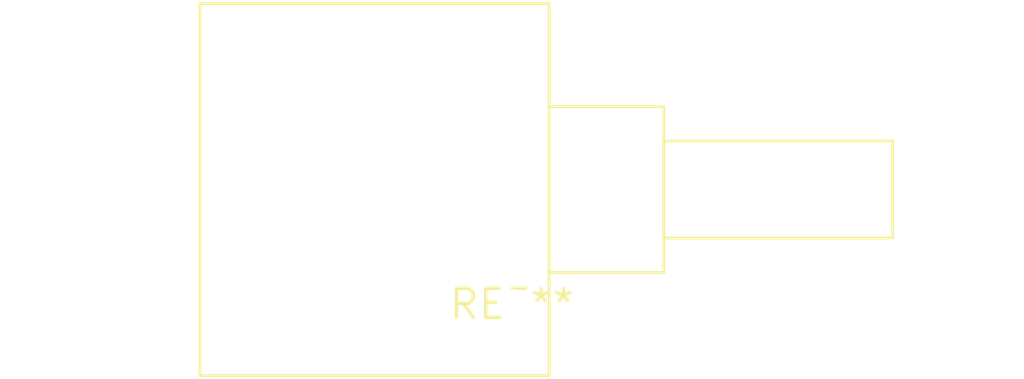
<source format=kicad_pcb>
(kicad_pcb (version 20240108) (generator pcbnew)
  (layers (0 "F.Cu" signal) (31 "B.Cu" signal) (34 "B.Paste" user) (35 "F.Paste" user) (36 "B.SilkS" user "B.Silkscreen") (37 "F.SilkS" user "F.Silkscreen") (38 "B.Mask" user) (39 "F.Mask" user) (44 "Edge.Cuts" user))
  (net 0 "")
  (footprint "Potentiometer_Piher_T-16H_Double_Horizontal" (layer "F.Cu") (at 0 0)
    (property "Reference" "REF**")
    (property "Value" "Potentiometer_Piher_T-16H_Double_Horizontal")
    (fp_line (start -13.62 -13.12) (end -13.62 3.12) (layer "F.SilkS") (stroke (width 0.12)))
    (fp_line (start -13.62 -13.12) (end 1.621 -13.12) (layer "F.SilkS") (stroke (width 0.12)))
    (fp_line (start -13.62 3.12) (end 1.621 3.12) (layer "F.SilkS") (stroke (width 0.12)))
    (fp_line (start 1.621 -13.12) (end 1.621 3.12) (layer "F.SilkS") (stroke (width 0.12)))
    (fp_line (start 1.621 -8.62) (end 1.621 -1.38) (layer "F.SilkS") (stroke (width 0.12)))
    (fp_line (start 1.621 -8.62) (end 6.621 -8.62) (layer "F.SilkS") (stroke (width 0.12)))
    (fp_line (start 1.621 -1.38) (end 6.621 -1.38) (layer "F.SilkS") (stroke (width 0.12)))
    (fp_line (start 6.621 -8.62) (end 6.621 -1.38) (layer "F.SilkS") (stroke (width 0.12)))
    (fp_line (start 6.621 -7.12) (end 6.621 -2.88) (layer "F.SilkS") (stroke (width 0.12)))
    (fp_line (start 6.621 -7.12) (end 16.62 -7.12) (layer "F.SilkS") (stroke (width 0.12)))
    (fp_line (start 6.621 -2.88) (end 16.62 -2.88) (layer "F.SilkS") (stroke (width 0.12)))
    (fp_line (start 16.62 -7.12) (end 16.62 -2.88) (layer "F.SilkS") (stroke (width 0.12)))
    (pad "1" thru_hole circle (at 0 0) (size 2.34 2.34) (drill 1.3) (layers *.Cu *.Mask) (remove_unused_layers))
    (pad "2" thru_hole circle (at 0 -5) (size 2.34 2.34) (drill 1.3) (layers *.Cu *.Mask) (remove_unused_layers))
    (pad "3" thru_hole circle (at 0 -10) (size 2.34 2.34) (drill 1.3) (layers *.Cu *.Mask) (remove_unused_layers))
    (pad "4" thru_hole circle (at -7.5 0) (size 2.34 2.34) (drill 1.3) (layers *.Cu *.Mask) (remove_unused_layers))
    (pad "5" thru_hole circle (at -7.5 -5) (size 2.34 2.34) (drill 1.3) (layers *.Cu *.Mask) (remove_unused_layers))
    (pad "6" thru_hole circle (at -7.5 -10) (size 2.34 2.34) (drill 1.3) (layers *.Cu *.Mask) (remove_unused_layers))
  )
)
</source>
